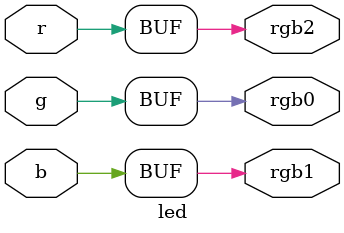
<source format=v>
/** LED driver (simulation) */
module led(
  input r, input g, input b,
  output rgb0, rgb1, rgb2
);

assign rgb0 = g;
assign rgb1 = b;
assign rgb2 = r;

endmodule


</source>
